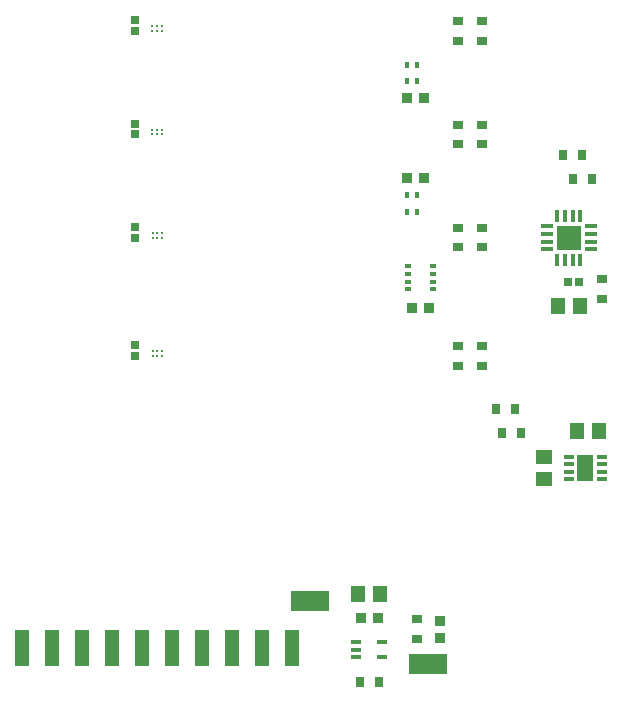
<source format=gbr>
%FSLAX23Y23*%
%MOIN*%
%SFA1B1*%

%IPPOS*%
%ADD71R,0.037350X0.037350*%
%ADD72R,0.012890X0.022730*%
%ADD73R,0.022730X0.012890*%
%ADD74C,0.008800*%
%ADD75R,0.032370X0.014650*%
%ADD76R,0.040280X0.012730*%
%ADD77R,0.012730X0.040280*%
%ADD78R,0.084410X0.084410*%
%ADD79R,0.054950X0.090780*%
%ADD80R,0.034420X0.012770*%
%ADD81R,0.025970X0.033840*%
%ADD82R,0.033840X0.025970*%
%ADD83R,0.130970X0.067980*%
%ADD84R,0.046350X0.121550*%
%ADD85R,0.037350X0.037350*%
%ADD86R,0.026930X0.025360*%
%ADD87R,0.048410X0.054320*%
%ADD88R,0.025360X0.026930*%
%ADD89R,0.054320X0.048410*%
%LNmirror_pcb1_paste_top-1*%
%LPD*%
G54D71*
X2678Y1537D03*
X2621D03*
X2661Y1971D03*
X2604D03*
Y2236D03*
X2661D03*
X2507Y504D03*
X2450D03*
G54D72*
X2636Y1913D03*
X2604D03*
X2636Y1858D03*
X2604D03*
X2636Y2348D03*
Y2293D03*
X2604Y2348D03*
Y2293D03*
G54D73*
X2690Y1625D03*
Y1651D03*
Y1599D03*
Y1676D03*
X2609Y1651D03*
Y1676D03*
Y1625D03*
Y1599D03*
G54D74*
X1787Y1377D03*
X1771D03*
X1756D03*
X1787Y1393D03*
X1771D03*
X1756D03*
X1787Y1771D03*
X1771D03*
X1756D03*
X1787Y1787D03*
X1771D03*
X1756D03*
X1787Y2116D03*
X1771D03*
X1755D03*
X1787Y2131D03*
X1771D03*
X1755D03*
X1787Y2460D03*
X1771D03*
X1755D03*
X1787Y2476D03*
X1771D03*
X1755D03*
G54D75*
X2522Y424D03*
Y373D03*
X2434D03*
Y398D03*
Y424D03*
G54D76*
X3216Y1733D03*
Y1758D03*
Y1784D03*
Y1810D03*
X3071D03*
Y1784D03*
Y1758D03*
Y1733D03*
G54D77*
X3182Y1844D03*
X3156D03*
X3131D03*
X3105D03*
Y1698D03*
X3131D03*
X3156D03*
X3182D03*
G54D78*
X3143Y1771D03*
G54D79*
X3198Y1004D03*
G54D80*
X3253Y966D03*
Y991D03*
Y1017D03*
Y1042D03*
X3143Y966D03*
Y991D03*
Y1017D03*
Y1042D03*
G54D81*
X3124Y2047D03*
X3189D03*
X3157Y1968D03*
X3222D03*
X2511Y290D03*
X2446D03*
X2985Y1122D03*
X2920D03*
X2965Y1200D03*
X2900D03*
G54D82*
X2636Y500D03*
Y435D03*
X2775Y1410D03*
Y1345D03*
X2854Y1410D03*
Y1345D03*
X2775Y1804D03*
Y1739D03*
X2854Y1804D03*
Y1739D03*
X3255Y1568D03*
Y1633D03*
X2775Y2148D03*
Y2083D03*
X2854Y2148D03*
Y2083D03*
X2775Y2493D03*
Y2428D03*
X2854Y2493D03*
Y2428D03*
G54D83*
X2675Y349D03*
X2281Y560D03*
G54D84*
X1320Y405D03*
X1420D03*
X1620D03*
X1520D03*
X1720D03*
X1920D03*
X1820D03*
X2020D03*
X2220D03*
X2120D03*
G54D85*
X2714Y495D03*
Y438D03*
G54D86*
X1698Y1413D03*
Y1378D03*
Y1807D03*
Y1771D03*
Y2151D03*
Y2116D03*
X1696Y2496D03*
Y2460D03*
G54D87*
X2442Y585D03*
X2515D03*
X3181Y1543D03*
X3109D03*
X3171Y1126D03*
X3244D03*
G54D88*
X3178Y1624D03*
X3142D03*
G54D89*
X3061Y968D03*
Y1041D03*
M02*
</source>
